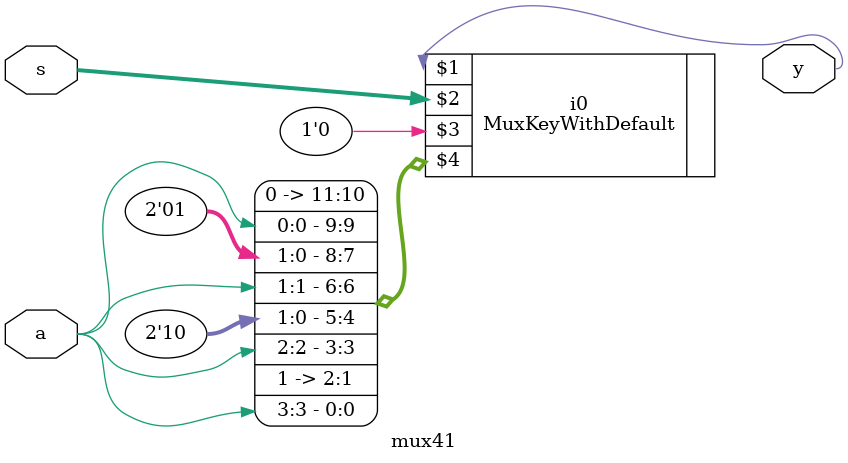
<source format=v>
module mux41(
    input [3:0] a,
    input [1:0] s,
    output y
);
    MuxKeyWithDefault #(4, 2, 1)i0(
        y,
        s,
        1'b0,
        {2'b00, a[0],
         2'b01, a[1],
         2'b10, a[2],
         2'b11, a[3]}
    ); 

endmodule

</source>
